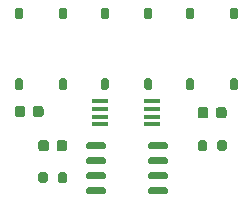
<source format=gbr>
%TF.GenerationSoftware,KiCad,Pcbnew,(5.1.8)-1*%
%TF.CreationDate,2020-11-26T18:41:41+08:00*%
%TF.ProjectId,The_Girls'Gift,5468655f-4769-4726-9c73-27476966742e,V0.8 Beta*%
%TF.SameCoordinates,Original*%
%TF.FileFunction,Paste,Bot*%
%TF.FilePolarity,Positive*%
%FSLAX46Y46*%
G04 Gerber Fmt 4.6, Leading zero omitted, Abs format (unit mm)*
G04 Created by KiCad (PCBNEW (5.1.8)-1) date 2020-11-26 18:41:41*
%MOMM*%
%LPD*%
G01*
G04 APERTURE LIST*
%ADD10R,1.450000X0.450000*%
G04 APERTURE END LIST*
%TO.C,U5*%
G36*
G01*
X168550000Y-86745000D02*
X168550000Y-87045000D01*
G75*
G02*
X168400000Y-87195000I-150000J0D01*
G01*
X167050000Y-87195000D01*
G75*
G02*
X166900000Y-87045000I0J150000D01*
G01*
X166900000Y-86745000D01*
G75*
G02*
X167050000Y-86595000I150000J0D01*
G01*
X168400000Y-86595000D01*
G75*
G02*
X168550000Y-86745000I0J-150000D01*
G01*
G37*
G36*
G01*
X168550000Y-88015000D02*
X168550000Y-88315000D01*
G75*
G02*
X168400000Y-88465000I-150000J0D01*
G01*
X167050000Y-88465000D01*
G75*
G02*
X166900000Y-88315000I0J150000D01*
G01*
X166900000Y-88015000D01*
G75*
G02*
X167050000Y-87865000I150000J0D01*
G01*
X168400000Y-87865000D01*
G75*
G02*
X168550000Y-88015000I0J-150000D01*
G01*
G37*
G36*
G01*
X168550000Y-89285000D02*
X168550000Y-89585000D01*
G75*
G02*
X168400000Y-89735000I-150000J0D01*
G01*
X167050000Y-89735000D01*
G75*
G02*
X166900000Y-89585000I0J150000D01*
G01*
X166900000Y-89285000D01*
G75*
G02*
X167050000Y-89135000I150000J0D01*
G01*
X168400000Y-89135000D01*
G75*
G02*
X168550000Y-89285000I0J-150000D01*
G01*
G37*
G36*
G01*
X168550000Y-90555000D02*
X168550000Y-90855000D01*
G75*
G02*
X168400000Y-91005000I-150000J0D01*
G01*
X167050000Y-91005000D01*
G75*
G02*
X166900000Y-90855000I0J150000D01*
G01*
X166900000Y-90555000D01*
G75*
G02*
X167050000Y-90405000I150000J0D01*
G01*
X168400000Y-90405000D01*
G75*
G02*
X168550000Y-90555000I0J-150000D01*
G01*
G37*
G36*
G01*
X163300000Y-90555000D02*
X163300000Y-90855000D01*
G75*
G02*
X163150000Y-91005000I-150000J0D01*
G01*
X161800000Y-91005000D01*
G75*
G02*
X161650000Y-90855000I0J150000D01*
G01*
X161650000Y-90555000D01*
G75*
G02*
X161800000Y-90405000I150000J0D01*
G01*
X163150000Y-90405000D01*
G75*
G02*
X163300000Y-90555000I0J-150000D01*
G01*
G37*
G36*
G01*
X163300000Y-89285000D02*
X163300000Y-89585000D01*
G75*
G02*
X163150000Y-89735000I-150000J0D01*
G01*
X161800000Y-89735000D01*
G75*
G02*
X161650000Y-89585000I0J150000D01*
G01*
X161650000Y-89285000D01*
G75*
G02*
X161800000Y-89135000I150000J0D01*
G01*
X163150000Y-89135000D01*
G75*
G02*
X163300000Y-89285000I0J-150000D01*
G01*
G37*
G36*
G01*
X163300000Y-88015000D02*
X163300000Y-88315000D01*
G75*
G02*
X163150000Y-88465000I-150000J0D01*
G01*
X161800000Y-88465000D01*
G75*
G02*
X161650000Y-88315000I0J150000D01*
G01*
X161650000Y-88015000D01*
G75*
G02*
X161800000Y-87865000I150000J0D01*
G01*
X163150000Y-87865000D01*
G75*
G02*
X163300000Y-88015000I0J-150000D01*
G01*
G37*
G36*
G01*
X163300000Y-86745000D02*
X163300000Y-87045000D01*
G75*
G02*
X163150000Y-87195000I-150000J0D01*
G01*
X161800000Y-87195000D01*
G75*
G02*
X161650000Y-87045000I0J150000D01*
G01*
X161650000Y-86745000D01*
G75*
G02*
X161800000Y-86595000I150000J0D01*
G01*
X163150000Y-86595000D01*
G75*
G02*
X163300000Y-86745000I0J-150000D01*
G01*
G37*
%TD*%
D10*
%TO.C,U3*%
X162800000Y-85075000D03*
X162800000Y-84425000D03*
X162800000Y-83775000D03*
X162800000Y-83125000D03*
X167200000Y-83125000D03*
X167200000Y-83775000D03*
X167200000Y-84425000D03*
X167200000Y-85075000D03*
%TD*%
%TO.C,SW3*%
G36*
G01*
X173975000Y-81200000D02*
X174325000Y-81200000D01*
G75*
G02*
X174500000Y-81375000I0J-175000D01*
G01*
X174500000Y-82025000D01*
G75*
G02*
X174325000Y-82200000I-175000J0D01*
G01*
X173975000Y-82200000D01*
G75*
G02*
X173800000Y-82025000I0J175000D01*
G01*
X173800000Y-81375000D01*
G75*
G02*
X173975000Y-81200000I175000J0D01*
G01*
G37*
G36*
G01*
X173975000Y-75200000D02*
X174325000Y-75200000D01*
G75*
G02*
X174500000Y-75375000I0J-175000D01*
G01*
X174500000Y-76025000D01*
G75*
G02*
X174325000Y-76200000I-175000J0D01*
G01*
X173975000Y-76200000D01*
G75*
G02*
X173800000Y-76025000I0J175000D01*
G01*
X173800000Y-75375000D01*
G75*
G02*
X173975000Y-75200000I175000J0D01*
G01*
G37*
G36*
G01*
X170275000Y-75200000D02*
X170625000Y-75200000D01*
G75*
G02*
X170800000Y-75375000I0J-175000D01*
G01*
X170800000Y-76025000D01*
G75*
G02*
X170625000Y-76200000I-175000J0D01*
G01*
X170275000Y-76200000D01*
G75*
G02*
X170100000Y-76025000I0J175000D01*
G01*
X170100000Y-75375000D01*
G75*
G02*
X170275000Y-75200000I175000J0D01*
G01*
G37*
G36*
G01*
X170275000Y-81200000D02*
X170625000Y-81200000D01*
G75*
G02*
X170800000Y-81375000I0J-175000D01*
G01*
X170800000Y-82025000D01*
G75*
G02*
X170625000Y-82200000I-175000J0D01*
G01*
X170275000Y-82200000D01*
G75*
G02*
X170100000Y-82025000I0J175000D01*
G01*
X170100000Y-81375000D01*
G75*
G02*
X170275000Y-81200000I175000J0D01*
G01*
G37*
%TD*%
%TO.C,SW2*%
G36*
G01*
X159475000Y-81200000D02*
X159825000Y-81200000D01*
G75*
G02*
X160000000Y-81375000I0J-175000D01*
G01*
X160000000Y-82025000D01*
G75*
G02*
X159825000Y-82200000I-175000J0D01*
G01*
X159475000Y-82200000D01*
G75*
G02*
X159300000Y-82025000I0J175000D01*
G01*
X159300000Y-81375000D01*
G75*
G02*
X159475000Y-81200000I175000J0D01*
G01*
G37*
G36*
G01*
X159475000Y-75200000D02*
X159825000Y-75200000D01*
G75*
G02*
X160000000Y-75375000I0J-175000D01*
G01*
X160000000Y-76025000D01*
G75*
G02*
X159825000Y-76200000I-175000J0D01*
G01*
X159475000Y-76200000D01*
G75*
G02*
X159300000Y-76025000I0J175000D01*
G01*
X159300000Y-75375000D01*
G75*
G02*
X159475000Y-75200000I175000J0D01*
G01*
G37*
G36*
G01*
X155775000Y-75200000D02*
X156125000Y-75200000D01*
G75*
G02*
X156300000Y-75375000I0J-175000D01*
G01*
X156300000Y-76025000D01*
G75*
G02*
X156125000Y-76200000I-175000J0D01*
G01*
X155775000Y-76200000D01*
G75*
G02*
X155600000Y-76025000I0J175000D01*
G01*
X155600000Y-75375000D01*
G75*
G02*
X155775000Y-75200000I175000J0D01*
G01*
G37*
G36*
G01*
X155775000Y-81200000D02*
X156125000Y-81200000D01*
G75*
G02*
X156300000Y-81375000I0J-175000D01*
G01*
X156300000Y-82025000D01*
G75*
G02*
X156125000Y-82200000I-175000J0D01*
G01*
X155775000Y-82200000D01*
G75*
G02*
X155600000Y-82025000I0J175000D01*
G01*
X155600000Y-81375000D01*
G75*
G02*
X155775000Y-81200000I175000J0D01*
G01*
G37*
%TD*%
%TO.C,SW1*%
G36*
G01*
X166725000Y-81200000D02*
X167075000Y-81200000D01*
G75*
G02*
X167250000Y-81375000I0J-175000D01*
G01*
X167250000Y-82025000D01*
G75*
G02*
X167075000Y-82200000I-175000J0D01*
G01*
X166725000Y-82200000D01*
G75*
G02*
X166550000Y-82025000I0J175000D01*
G01*
X166550000Y-81375000D01*
G75*
G02*
X166725000Y-81200000I175000J0D01*
G01*
G37*
G36*
G01*
X166725000Y-75200000D02*
X167075000Y-75200000D01*
G75*
G02*
X167250000Y-75375000I0J-175000D01*
G01*
X167250000Y-76025000D01*
G75*
G02*
X167075000Y-76200000I-175000J0D01*
G01*
X166725000Y-76200000D01*
G75*
G02*
X166550000Y-76025000I0J175000D01*
G01*
X166550000Y-75375000D01*
G75*
G02*
X166725000Y-75200000I175000J0D01*
G01*
G37*
G36*
G01*
X163025000Y-75200000D02*
X163375000Y-75200000D01*
G75*
G02*
X163550000Y-75375000I0J-175000D01*
G01*
X163550000Y-76025000D01*
G75*
G02*
X163375000Y-76200000I-175000J0D01*
G01*
X163025000Y-76200000D01*
G75*
G02*
X162850000Y-76025000I0J175000D01*
G01*
X162850000Y-75375000D01*
G75*
G02*
X163025000Y-75200000I175000J0D01*
G01*
G37*
G36*
G01*
X163025000Y-81200000D02*
X163375000Y-81200000D01*
G75*
G02*
X163550000Y-81375000I0J-175000D01*
G01*
X163550000Y-82025000D01*
G75*
G02*
X163375000Y-82200000I-175000J0D01*
G01*
X163025000Y-82200000D01*
G75*
G02*
X162850000Y-82025000I0J175000D01*
G01*
X162850000Y-81375000D01*
G75*
G02*
X163025000Y-81200000I175000J0D01*
G01*
G37*
%TD*%
%TO.C,R8*%
G36*
G01*
X171075000Y-87175000D02*
X171075000Y-86625000D01*
G75*
G02*
X171275000Y-86425000I200000J0D01*
G01*
X171675000Y-86425000D01*
G75*
G02*
X171875000Y-86625000I0J-200000D01*
G01*
X171875000Y-87175000D01*
G75*
G02*
X171675000Y-87375000I-200000J0D01*
G01*
X171275000Y-87375000D01*
G75*
G02*
X171075000Y-87175000I0J200000D01*
G01*
G37*
G36*
G01*
X172725000Y-87175000D02*
X172725000Y-86625000D01*
G75*
G02*
X172925000Y-86425000I200000J0D01*
G01*
X173325000Y-86425000D01*
G75*
G02*
X173525000Y-86625000I0J-200000D01*
G01*
X173525000Y-87175000D01*
G75*
G02*
X173325000Y-87375000I-200000J0D01*
G01*
X172925000Y-87375000D01*
G75*
G02*
X172725000Y-87175000I0J200000D01*
G01*
G37*
%TD*%
%TO.C,R7*%
G36*
G01*
X160025000Y-89325000D02*
X160025000Y-89875000D01*
G75*
G02*
X159825000Y-90075000I-200000J0D01*
G01*
X159425000Y-90075000D01*
G75*
G02*
X159225000Y-89875000I0J200000D01*
G01*
X159225000Y-89325000D01*
G75*
G02*
X159425000Y-89125000I200000J0D01*
G01*
X159825000Y-89125000D01*
G75*
G02*
X160025000Y-89325000I0J-200000D01*
G01*
G37*
G36*
G01*
X158375000Y-89325000D02*
X158375000Y-89875000D01*
G75*
G02*
X158175000Y-90075000I-200000J0D01*
G01*
X157775000Y-90075000D01*
G75*
G02*
X157575000Y-89875000I0J200000D01*
G01*
X157575000Y-89325000D01*
G75*
G02*
X157775000Y-89125000I200000J0D01*
G01*
X158175000Y-89125000D01*
G75*
G02*
X158375000Y-89325000I0J-200000D01*
G01*
G37*
%TD*%
%TO.C,C10*%
G36*
G01*
X160025000Y-86650000D02*
X160025000Y-87150000D01*
G75*
G02*
X159800000Y-87375000I-225000J0D01*
G01*
X159350000Y-87375000D01*
G75*
G02*
X159125000Y-87150000I0J225000D01*
G01*
X159125000Y-86650000D01*
G75*
G02*
X159350000Y-86425000I225000J0D01*
G01*
X159800000Y-86425000D01*
G75*
G02*
X160025000Y-86650000I0J-225000D01*
G01*
G37*
G36*
G01*
X158475000Y-86650000D02*
X158475000Y-87150000D01*
G75*
G02*
X158250000Y-87375000I-225000J0D01*
G01*
X157800000Y-87375000D01*
G75*
G02*
X157575000Y-87150000I0J225000D01*
G01*
X157575000Y-86650000D01*
G75*
G02*
X157800000Y-86425000I225000J0D01*
G01*
X158250000Y-86425000D01*
G75*
G02*
X158475000Y-86650000I0J-225000D01*
G01*
G37*
%TD*%
%TO.C,C9*%
G36*
G01*
X171075000Y-84350000D02*
X171075000Y-83850000D01*
G75*
G02*
X171300000Y-83625000I225000J0D01*
G01*
X171750000Y-83625000D01*
G75*
G02*
X171975000Y-83850000I0J-225000D01*
G01*
X171975000Y-84350000D01*
G75*
G02*
X171750000Y-84575000I-225000J0D01*
G01*
X171300000Y-84575000D01*
G75*
G02*
X171075000Y-84350000I0J225000D01*
G01*
G37*
G36*
G01*
X172625000Y-84350000D02*
X172625000Y-83850000D01*
G75*
G02*
X172850000Y-83625000I225000J0D01*
G01*
X173300000Y-83625000D01*
G75*
G02*
X173525000Y-83850000I0J-225000D01*
G01*
X173525000Y-84350000D01*
G75*
G02*
X173300000Y-84575000I-225000J0D01*
G01*
X172850000Y-84575000D01*
G75*
G02*
X172625000Y-84350000I0J225000D01*
G01*
G37*
%TD*%
%TO.C,C8*%
G36*
G01*
X158025000Y-83750000D02*
X158025000Y-84250000D01*
G75*
G02*
X157800000Y-84475000I-225000J0D01*
G01*
X157350000Y-84475000D01*
G75*
G02*
X157125000Y-84250000I0J225000D01*
G01*
X157125000Y-83750000D01*
G75*
G02*
X157350000Y-83525000I225000J0D01*
G01*
X157800000Y-83525000D01*
G75*
G02*
X158025000Y-83750000I0J-225000D01*
G01*
G37*
G36*
G01*
X156475000Y-83750000D02*
X156475000Y-84250000D01*
G75*
G02*
X156250000Y-84475000I-225000J0D01*
G01*
X155800000Y-84475000D01*
G75*
G02*
X155575000Y-84250000I0J225000D01*
G01*
X155575000Y-83750000D01*
G75*
G02*
X155800000Y-83525000I225000J0D01*
G01*
X156250000Y-83525000D01*
G75*
G02*
X156475000Y-83750000I0J-225000D01*
G01*
G37*
%TD*%
M02*

</source>
